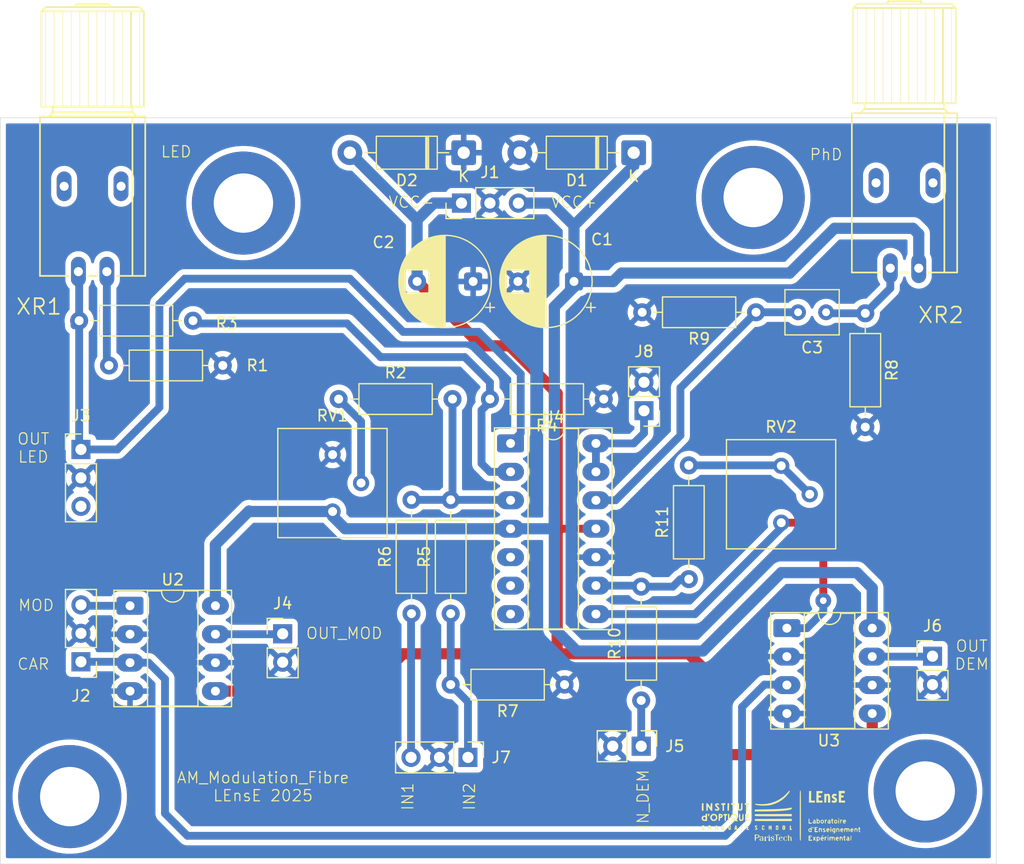
<source format=kicad_pcb>
(kicad_pcb (version 20241229) (generator "pcbnew") (generator_version "9.0")
  (layers (0 "F.Cu" signal) (2 "B.Cu" signal) (13 "F.Paste" user) (15 "B.Paste" user) (5 "F.SilkS" user "F.Silkscreen") (7 "B.SilkS" user "B.Silkscreen") (1 "F.Mask" user) (3 "B.Mask" user) (25 "Edge.Cuts" user))
  (net 0 "")
  (net 1 "GND")
  (net 2 "VCC+")
  (net 3 "VCC-")
  (net 4 "VS_PHD")
  (net 5 "IN_MOD")
  (net 6 "IN_CAR")
  (net 7 "OUT_PHD")
  (net 8 "OUT_LED")
  (net 9 "OUT_MOD")
  (net 10 "IN_DEM")
  (net 11 "OUT_DEM")
  (net 12 "I_LED")
  (net 13 "Net-(U4A-+)")
  (net 14 "Offset")
  (net 15 "Net-(U4A--)")
  (net 16 "IN_2")
  (net 17 "IN_1")
  (net 18 "Net-(U4C--)")
  (net 19 "Net-(R11-Pad2)")
  (net 20 "Net-(U3-X1)")
  (net 21 "Net-(U4D-+)")
  (net 22 "unconnected-(J3-Pin_3-Pad3)")
  (footprint "SFH250V:SFH-V" (layer "F.Cu") (at 258.5 90.6957 180)
    (property "Reference" "XR2" (at -3.25 -11.8043 0) (layer "F.SilkS") (effects (font (size 1.400764 1.400764))))
    (property "Value" "SFH250V")
    (pad "1" thru_hole oval (at -2.54 0 180) (size 1.3208 2.6416) (drill 0.8128) (layers "*.Cu" "*.Mask"))
    (pad "2" thru_hole oval (at 2.54 0 180) (size 1.3208 2.6416) (drill 0.8128) (layers "*.Cu" "*.Mask"))
    (pad "A" thru_hole oval (at 1.27 -7.62 180) (size 1.3208 2.6416) (drill 0.8128) (layers "*.Cu" "*.Mask") (net 4 "VS_PHD"))
    (pad "K" thru_hole oval (at -1.27 -7.62 180) (size 1.3208 2.6416) (drill 0.8128) (layers "*.Cu" "*.Mask") (net 2 "VCC+"))
  )
  (footprint "Resistor_THT:R_Axial_DIN0207_L6.3mm_D2.5mm_P10.16mm_Horizontal" (layer "F.Cu") (at 235 136.91 90)
    (property "Reference" "R10" (at 5.08 -2.37 90) (layer "F.SilkS"))
    (property "Value" "12k")
    (pad "1" thru_hole circle (at 0 0 90) (size 1.6 1.6) (drill 0.8) (layers "*.Cu" "*.Mask") (net 10 "IN_DEM"))
    (pad "2" thru_hole circle (at 10.16 0 90) (size 1.6 1.6) (drill 0.8) (layers "*.Cu" "*.Mask") (net 18 "Net-(U4C--)"))
  )
  (footprint "Connector_PinHeader_2.54mm:PinHeader_1x03_P2.54mm_Vertical" (layer "F.Cu") (at 219.54 142 -90)
    (property "Reference" "J7" (at 0 -2.96 180) (layer "F.SilkS"))
    (property "Value" "LED_in")
    (pad "1" thru_hole rect (at 0 0 270) (size 1.7 1.7) (drill 1) (layers "*.Cu" "*.Mask") (net 16 "IN_2"))
    (pad "2" thru_hole circle (at 0 2.54 270) (size 1.7 1.7) (drill 1) (layers "*.Cu" "*.Mask") (net 1 "GND"))
    (pad "3" thru_hole circle (at 0 5.08 270) (size 1.7 1.7) (drill 1) (layers "*.Cu" "*.Mask") (net 17 "IN_1"))
  )
  (footprint "SFH250V:SFH-V" (layer "F.Cu") (at 186.04 91 180)
    (property "Reference" "XR1" (at 4.79 -10.75 0) (layer "F.SilkS") (effects (font (size 1.400764 1.400764))))
    (property "Value" "SFH756V - LED")
    (pad "1" thru_hole oval (at -2.54 0 180) (size 1.3208 2.6416) (drill 0.8128) (layers "*.Cu" "*.Mask"))
    (pad "2" thru_hole oval (at 2.54 0 180) (size 1.3208 2.6416) (drill 0.8128) (layers "*.Cu" "*.Mask"))
    (pad "A" thru_hole oval (at 1.27 -7.62 180) (size 1.3208 2.6416) (drill 0.8128) (layers "*.Cu" "*.Mask") (net 8 "OUT_LED"))
    (pad "K" thru_hole oval (at -1.27 -7.62 180) (size 1.3208 2.6416) (drill 0.8128) (layers "*.Cu" "*.Mask") (net 12 "I_LED"))
  )
  (footprint "Connector_PinHeader_2.54mm:PinHeader_1x03_P2.54mm_Vertical" (layer "F.Cu") (at 185 133.46 180)
    (property "Reference" "J2" (at 0 -3.04 0) (layer "F.SilkS"))
    (property "Value" "Mod_In")
    (pad "1" thru_hole rect (at 0 0 180) (size 1.7 1.7) (drill 1) (layers "*.Cu" "*.Mask") (net 6 "IN_CAR"))
    (pad "2" thru_hole circle (at 0 2.54 180) (size 1.7 1.7) (drill 1) (layers "*.Cu" "*.Mask") (net 1 "GND"))
    (pad "3" thru_hole circle (at 0 5.08 180) (size 1.7 1.7) (drill 1) (layers "*.Cu" "*.Mask") (net 5 "IN_MOD"))
  )
  (footprint "Connector_PinHeader_2.54mm:PinHeader_1x02_P2.54mm_Vertical" (layer "F.Cu") (at 203 130.96)
    (property "Reference" "J4" (at 0 -2.71 0) (layer "F.SilkS"))
    (property "Value" "OUT_MOD")
    (pad "1" thru_hole rect (at 0 0) (size 1.7 1.7) (drill 1) (layers "*.Cu" "*.Mask") (net 9 "OUT_MOD"))
    (pad "2" thru_hole circle (at 0 2.54) (size 1.7 1.7) (drill 1) (layers "*.Cu" "*.Mask") (net 1 "GND"))
  )
  (footprint "Resistor_THT:R_Axial_DIN0207_L6.3mm_D2.5mm_P10.16mm_Horizontal" (layer "F.Cu") (at 187.5 107)
    (property "Reference" "R1" (at 13.25 0 0) (layer "F.SilkS"))
    (property "Value" "180")
    (pad "1" thru_hole circle (at 0 0) (size 1.6 1.6) (drill 0.8) (layers "*.Cu" "*.Mask") (net 12 "I_LED"))
    (pad "2" thru_hole circle (at 10.16 0) (size 1.6 1.6) (drill 0.8) (layers "*.Cu" "*.Mask") (net 1 "GND"))
  )
  (footprint "" (layer "F.Cu") (at 199.5 92.5)
    (property "Reference" "" (hide yes))
    (property "Value" "" (hide yes))
    (pad "1" thru_hole circle (at 0 0) (size 9.2 9.2) (drill 5.3) (layers "*.Cu" "*.Mask"))
  )
  (footprint "Package_DIP:DIP-8_W7.62mm_Socket_LongPads" (layer "F.Cu") (at 189.38 128.46)
    (property "Reference" "U2" (at 3.81 -2.33 0) (layer "F.SilkS"))
    (property "Value" "AD633ANZ")
    (pad "1" thru_hole roundrect (at 0 0) (size 2.4 1.6) (drill 0.8) (layers "*.Cu" "*.Mask") (roundrect_rratio 0.15625) (net 5 "IN_MOD"))
    (pad "2" thru_hole oval (at 0 2.54) (size 2.4 1.6) (drill 0.8) (layers "*.Cu" "*.Mask") (net 1 "GND"))
    (pad "3" thru_hole oval (at 0 5.08) (size 2.4 1.6) (drill 0.8) (layers "*.Cu" "*.Mask") (net 6 "IN_CAR"))
    (pad "4" thru_hole oval (at 0 7.62) (size 2.4 1.6) (drill 0.8) (layers "*.Cu" "*.Mask") (net 1 "GND"))
    (pad "5" thru_hole oval (at 7.62 7.62) (size 2.4 1.6) (drill 0.8) (layers "*.Cu" "*.Mask") (net 3 "VCC-"))
    (pad "6" thru_hole oval (at 7.62 5.08) (size 2.4 1.6) (drill 0.8) (layers "*.Cu" "*.Mask") (net 1 "GND"))
    (pad "7" thru_hole oval (at 7.62 2.54) (size 2.4 1.6) (drill 0.8) (layers "*.Cu" "*.Mask") (net 9 "OUT_MOD"))
    (pad "8" thru_hole oval (at 7.62 0) (size 2.4 1.6) (drill 0.8) (layers "*.Cu" "*.Mask") (net 2 "VCC+"))
  )
  (footprint "Capacitor_THT:CP_Radial_D8.0mm_P5.00mm" (layer "F.Cu") (at 220 99.5 180)
    (property "Reference" "C2" (at 8 3.5 0) (layer "F.SilkS"))
    (property "Value" "10u")
    (pad "1" thru_hole roundrect (at 0 0 180) (size 1.6 1.6) (drill 0.8) (layers "*.Cu" "*.Mask") (roundrect_rratio 0.15625) (net 1 "GND"))
    (pad "2" thru_hole circle (at 5 0 180) (size 1.6 1.6) (drill 0.8) (layers "*.Cu" "*.Mask") (net 3 "VCC-"))
  )
  (footprint "Potentiometer_THT:Potentiometer_Bourns_3386P_Vertical" (layer "F.Cu") (at 207.46 120.04)
    (property "Reference" "RV1" (at -0.015 -8.555 0) (layer "F.SilkS"))
    (property "Value" "1k")
    (pad "1" thru_hole circle (at 0 0) (size 1.44 1.44) (drill 0.8) (layers "*.Cu" "*.Mask") (net 2 "VCC+"))
    (pad "2" thru_hole circle (at 2.54 -2.54) (size 1.44 1.44) (drill 0.8) (layers "*.Cu" "*.Mask") (net 14 "Offset"))
    (pad "3" thru_hole circle (at 0 -5.08) (size 1.44 1.44) (drill 0.8) (layers "*.Cu" "*.Mask") (net 1 "GND"))
  )
  (footprint "Connector_PinHeader_2.54mm:PinHeader_1x02_P2.54mm_Vertical" (layer "F.Cu") (at 235 141 -90)
    (property "Reference" "J5" (at 0 -3 180) (layer "F.SilkS"))
    (property "Value" "IN_DEM")
    (pad "1" thru_hole rect (at 0 0 270) (size 1.7 1.7) (drill 1) (layers "*.Cu" "*.Mask") (net 10 "IN_DEM"))
    (pad "2" thru_hole circle (at 0 2.54 270) (size 1.7 1.7) (drill 1) (layers "*.Cu" "*.Mask") (net 1 "GND"))
  )
  (footprint "LEnsE:Logo_Small" (layer "F.Cu") (at 247.5 147)
    (property "Reference" "G***" (hide yes))
    (property "Value" "LOGO" (hide yes))
  )
  (footprint "Potentiometer_THT:Potentiometer_Bourns_3386P_Vertical" (layer "F.Cu") (at 247.5 121.04)
    (property "Reference" "RV2" (at -0.015 -8.555 0) (layer "F.SilkS"))
    (property "Value" "100k")
    (pad "1" thru_hole circle (at 0 0) (size 1.44 1.44) (drill 0.8) (layers "*.Cu" "*.Mask") (net 20 "Net-(U3-X1)"))
    (pad "2" thru_hole circle (at 2.54 -2.54) (size 1.44 1.44) (drill 0.8) (layers "*.Cu" "*.Mask") (net 19 "Net-(R11-Pad2)"))
    (pad "3" thru_hole circle (at 0 -5.08) (size 1.44 1.44) (drill 0.8) (layers "*.Cu" "*.Mask") (net 19 "Net-(R11-Pad2)"))
  )
  (footprint "Resistor_THT:R_Axial_DIN0207_L6.3mm_D2.5mm_P10.16mm_Horizontal" (layer "F.Cu") (at 245.25 102.25 180)
    (property "Reference" "R9" (at 5.08 -2.37 0) (layer "F.SilkS"))
    (property "Value" "680k")
    (pad "1" thru_hole circle (at 0 0 180) (size 1.6 1.6) (drill 0.8) (layers "*.Cu" "*.Mask") (net 21 "Net-(U4D-+)"))
    (pad "2" thru_hole circle (at 10.16 0 180) (size 1.6 1.6) (drill 0.8) (layers "*.Cu" "*.Mask") (net 1 "GND"))
  )
  (footprint "Connector_PinHeader_2.54mm:PinHeader_1x02_P2.54mm_Vertical" (layer "F.Cu") (at 261 132.96)
    (property "Reference" "J6" (at 0 -2.71 0) (layer "F.SilkS"))
    (property "Value" "OUT_DEM")
    (pad "1" thru_hole rect (at 0 0) (size 1.7 1.7) (drill 1) (layers "*.Cu" "*.Mask") (net 11 "OUT_DEM"))
    (pad "2" thru_hole circle (at 0 2.54) (size 1.7 1.7) (drill 1) (layers "*.Cu" "*.Mask") (net 1 "GND"))
  )
  (footprint "Resistor_THT:R_Axial_DIN0207_L6.3mm_D2.5mm_P10.16mm_Horizontal" (layer "F.Cu") (at 195 103 180)
    (property "Reference" "R3" (at -3 -0.25 0) (layer "F.SilkS"))
    (property "Value" "47k")
    (pad "1" thru_hole circle (at 0 0 180) (size 1.6 1.6) (drill 0.8) (layers "*.Cu" "*.Mask") (net 15 "Net-(U4A--)"))
    (pad "2" thru_hole circle (at 10.16 0 180) (size 1.6 1.6) (drill 0.8) (layers "*.Cu" "*.Mask") (net 8 "OUT_LED"))
  )
  (footprint "Capacitor_THT:CP_Radial_D8.0mm_P5.00mm" (layer "F.Cu") (at 229 99.5 180)
    (property "Reference" "C1" (at -2.5 3.75 0) (layer "F.SilkS"))
    (property "Value" "10u")
    (pad "1" thru_hole roundrect (at 0 0 180) (size 1.6 1.6) (drill 0.8) (layers "*.Cu" "*.Mask") (roundrect_rratio 0.15625) (net 2 "VCC+"))
    (pad "2" thru_hole circle (at 5 0 180) (size 1.6 1.6) (drill 0.8) (layers "*.Cu" "*.Mask") (net 1 "GND"))
  )
  (footprint "Diode_THT:D_DO-41_SOD81_P10.16mm_Horizontal" (layer "F.Cu") (at 219.16 88 180)
    (property "Reference" "D2" (at 5.08 -2.47 0) (layer "F.SilkS"))
    (property "Value" "1N4001")
    (fp_text user "K" (at 0 -2.1 0) (layer "F.SilkS"))
    (pad "1" thru_hole roundrect (at 0 0 180) (size 2.2 2.2) (drill 1.1) (layers "*.Cu" "*.Mask") (roundrect_rratio 0.113636) (net 1 "GND"))
    (pad "2" thru_hole circle (at 10.16 0 180) (size 2.2 2.2) (drill 1.1) (layers "*.Cu" "*.Mask") (net 3 "VCC-"))
  )
  (footprint "" (layer "F.Cu") (at 245 92)
    (property "Reference" "" (hide yes))
    (property "Value" "" (hide yes))
    (pad "1" thru_hole circle (at 0 0) (size 9.2 9.2) (drill 5.3) (layers "*.Cu" "*.Mask"))
  )
  (footprint "Resistor_THT:R_Axial_DIN0207_L6.3mm_D2.5mm_P10.16mm_Horizontal" (layer "F.Cu") (at 214.5 129.16 90)
    (property "Reference" "R6" (at 5.08 -2.37 90) (layer "F.SilkS"))
    (property "Value" "47k")
    (pad "1" thru_hole circle (at 0 0 90) (size 1.6 1.6) (drill 0.8) (layers "*.Cu" "*.Mask") (net 17 "IN_1"))
    (pad "2" thru_hole circle (at 10.16 0 90) (size 1.6 1.6) (drill 0.8) (layers "*.Cu" "*.Mask") (net 13 "Net-(U4A-+)"))
  )
  (footprint "Resistor_THT:R_Axial_DIN0207_L6.3mm_D2.5mm_P10.16mm_Horizontal" (layer "F.Cu") (at 255 102.34 -90)
    (property "Reference" "R8" (at 5.08 -2.37 90) (layer "F.SilkS"))
    (property "Value" "120k")
    (pad "1" thru_hole circle (at 0 0 270) (size 1.6 1.6) (drill 0.8) (layers "*.Cu" "*.Mask") (net 4 "VS_PHD"))
    (pad "2" thru_hole circle (at 10.16 0 270) (size 1.6 1.6) (drill 0.8) (layers "*.Cu" "*.Mask") (net 1 "GND"))
  )
  (footprint "MountingHole:MountingHole_5.3mm_M5_DIN965_Pad" (layer "F.Cu") (at 260.35 145)
    (property "Reference" "REF**" (hide yes))
    (property "Value" "MountingHole_5.3mm_M5_DIN965_Pad" (hide yes))
    (pad "1" thru_hole circle (at 0 0) (size 9.2 9.2) (drill 5.3) (layers "*.Cu" "*.Mask"))
  )
  (footprint "Package_DIP:DIP-8_W7.62mm_Socket_LongPads" (layer "F.Cu") (at 248 130.46)
    (property "Reference" "U3" (at 3.75 10.04 0) (layer "F.SilkS"))
    (property "Value" "AD633ANZ")
    (pad "1" thru_hole roundrect (at 0 0) (size 2.4 1.6) (drill 0.8) (layers "*.Cu" "*.Mask") (roundrect_rratio 0.15625) (net 20 "Net-(U3-X1)"))
    (pad "2" thru_hole oval (at 0 2.54) (size 2.4 1.6) (drill 0.8) (layers "*.Cu" "*.Mask") (net 1 "GND"))
    (pad "3" thru_hole oval (at 0 5.08) (size 2.4 1.6) (drill 0.8) (layers "*.Cu" "*.Mask") (net 6 "IN_CAR"))
    (pad "4" thru_hole oval (at 0 7.62) (size 2.4 1.6) (drill 0.8) (layers "*.Cu" "*.Mask") (net 1 "GND"))
    (pad "5" thru_hole oval (at 7.62 7.62) (size 2.4 1.6) (drill 0.8) (layers "*.Cu" "*.Mask") (net 3 "VCC-"))
    (pad "6" thru_hole oval (at 7.62 5.08) (size 2.4 1.6) (drill 0.8) (layers "*.Cu" "*.Mask") (net 1 "GND"))
    (pad "7" thru_hole oval (at 7.62 2.54) (size 2.4 1.6) (drill 0.8) (layers "*.Cu" "*.Mask") (net 11 "OUT_DEM"))
    (pad "8" thru_hole oval (at 7.62 0) (size 2.4 1.6) (drill 0.8) (layers "*.Cu" "*.Mask") (net 2 "VCC+"))
  )
  (footprint "Capacitor_THT:C_Rect_L4.6mm_W3.8mm_P2.50mm_MKS02_FKP02" (layer "F.Cu") (at 251.5 102.25 180)
    (property "Reference" "C3" (at 1.25 -3.15 0) (layer "F.SilkS"))
    (property "Value" "1u")
    (pad "1" thru_hole circle (at 0 0 180) (size 1.4 1.4) (drill 0.7) (layers "*.Cu" "*.Mask") (net 4 "VS_PHD"))
    (pad "2" thru_hole circle (at 2.5 0 180) (size 1.4 1.4) (drill 0.7) (layers "*.Cu" "*.Mask") (net 21 "Net-(U4D-+)"))
  )
  (footprint "Resistor_THT:R_Axial_DIN0207_L6.3mm_D2.5mm_P10.16mm_Horizontal" (layer "F.Cu") (at 239.25 126.08 90)
    (property "Reference" "R11" (at 5.08 -2.37 90) (layer "F.SilkS"))
    (property "Value" "12k")
    (pad "1" thru_hole circle (at 0 0 90) (size 1.6 1.6) (drill 0.8) (layers "*.Cu" "*.Mask") (net 18 "Net-(U4C--)"))
    (pad "2" thru_hole circle (at 10.16 0 90) (size 1.6 1.6) (drill 0.8) (layers "*.Cu" "*.Mask") (net 19 "Net-(R11-Pad2)"))
  )
  (footprint "Resistor_THT:R_Axial_DIN0207_L6.3mm_D2.5mm_P10.16mm_Horizontal" (layer "F.Cu") (at 208 110)
    (property "Reference" "R2" (at 5.08 -2.37 0) (layer "F.SilkS"))
    (property "Value" "47k")
    (pad "1" thru_hole circle (at 0 0) (size 1.6 1.6) (drill 0.8) (layers "*.Cu" "*.Mask") (net 14 "Offset"))
    (pad "2" thru_hole circle (at 10.16 0) (size 1.6 1.6) (drill 0.8) (layers "*.Cu" "*.Mask") (net 13 "Net-(U4A-+)"))
  )
  (footprint "Connector_PinHeader_2.54mm:PinHeader_1x03_P2.54mm_Vertical" (layer "F.Cu") (at 185 114.5)
    (property "Reference" "J3" (at 0 -3 0) (layer "F.SilkS"))
    (property "Value" "Mod_In")
    (pad "1" thru_hole rect (at 0 0) (size 1.7 1.7) (drill 1) (layers "*.Cu" "*.Mask") (net 8 "OUT_LED"))
    (pad "2" thru_hole circle (at 0 2.54) (size 1.7 1.7) (drill 1) (layers "*.Cu" "*.Mask") (net 1 "GND"))
    (pad "3" thru_hole circle (at 0 5.08) (size 1.7 1.7) (drill 1) (layers "*.Cu" "*.Mask") (net 22 "unconnected-(J3-Pin_3-Pad3)"))
  )
  (footprint "Diode_THT:D_DO-41_SOD81_P10.16mm_Horizontal" (layer "F.Cu") (at 234.33 88 180)
    (property "Reference" "D1" (at 5.08 -2.47 0) (layer "F.SilkS"))
    (property "Value" "1N4001")
    (fp_text user "K" (at 0 -2.1 0) (layer "F.SilkS"))
    (pad "1" thru_hole roundrect (at 0 0 180) (size 2.2 2.2) (drill 1.1) (layers "*.Cu" "*.Mask") (roundrect_rratio 0.113636) (net 2 "VCC+"))
    (pad "2" thru_hole circle (at 10.16 0 180) (size 2.2 2.2) (drill 1.1) (layers "*.Cu" "*.Mask") (net 1 "GND"))
  )
  (footprint "Resistor_THT:R_Axial_DIN0207_L6.3mm_D2.5mm_P10.16mm_Horizontal" (layer "F.Cu") (at 231.66 110 180)
    (property "Reference" "R4" (at 5.08 -2.37 0) (layer "F.SilkS"))
    (property "Value" "47k")
    (pad "1" thru_hole circle (at 0 0 180) (size 1.6 1.6) (drill 0.8) (layers "*.Cu" "*.Mask") (net 1 "GND"))
    (pad "2" thru_hole circle (at 10.16 0 180) (size 1.6 1.6) (drill 0.8) (layers "*.Cu" "*.Mask") (net 15 "Net-(U4A--)"))
  )
  (footprint "Resistor_THT:R_Axial_DIN0207_L6.3mm_D2.5mm_P10.16mm_Horizontal" (layer "F.Cu") (at 228.16 135.5 180)
    (property "Reference" "R7" (at 5.08 -2.37 0) (layer "F.SilkS"))
    (property "Value" "1k")
    (pad "1" thru_hole circle (at 0 0 180) (size 1.6 1.6) (drill 0.8) (layers "*.Cu" "*.Mask") (net 1 "GND"))
    (pad "2" thru_hole circle (at 10.16 0 180) (size 1.6 1.6) (drill 0.8) (layers "*.Cu" "*.Mask") (net 16 "IN_2"))
  )
  (footprint "Connector_PinHeader_2.54mm:PinHeader_1x03_P2.54mm_Vertical" (layer "F.Cu") (at 218.96 92.5 90)
    (property "Reference" "J1" (at 2.75 2.54 180) (layer "F.SilkS"))
    (property "Value" "Alim_VCC")
    (pad "1" thru_hole rect (at 0 0 90) (size 1.7 1.7) (drill 1) (layers "*.Cu" "*.Mask") (net 3 "VCC-"))
    (pad "2" thru_hole circle (at 0 2.54 90) (size 1.7 1.7) (drill 1) (layers "*.Cu" "*.Mask") (net 1 "GND"))
    (pad "3" thru_hole circle (at 0 5.08 90) (size 1.7 1.7) (drill 1) (layers "*.Cu" "*.Mask") (net 2 "VCC+"))
  )
  (footprint "MountingHole:MountingHole_5.3mm_M5_DIN965_Pad" (layer "F.Cu") (at 184 145.5)
    (property "Reference" "REF**" (hide yes))
    (property "Value" "MountingHole_5.3mm_M5_DIN965_Pad" (hide yes))
    (pad "1" thru_hole circle (at 0 0) (size 9.2 9.2) (drill 5.3) (layers "*.Cu" "*.Mask"))
  )
  (footprint "Resistor_THT:R_Axial_DIN0207_L6.3mm_D2.5mm_P10.16mm_Horizontal" (layer "F.Cu") (at 218 129.16 90)
    (property "Reference" "R5" (at 5.08 -2.37 90) (layer "F.SilkS"))
    (property "Value" "47k")
    (pad "1" thru_hole circle (at 0 0 90) (size 1.6 1.6) (drill 0.8) (layers "*.Cu" "*.Mask") (net 16 "IN_2"))
    (pad "2" thru_hole circle (at 10.16 0 90) (size 1.6 1.6) (drill 0.8) (layers "*.Cu" "*.Mask") (net 13 "Net-(U4A-+)"))
  )
  (footprint "Connector_PinHeader_2.54mm:PinHeader_1x02_P2.54mm_Vertical" (layer "F.Cu") (at 235.25 111.04 180)
    (property "Reference" "J8" (at 0 5.29 0) (layer "F.SilkS"))
    (property "Value" "OUT_PHD")
    (pad "1" thru_hole rect (at 0 0 180) (size 1.7 1.7) (drill 1) (layers "*.Cu" "*.Mask") (net 7 "OUT_PHD"))
    (pad "2" thru_hole circle (at 0 2.54 180) (size 1.7 1.7) (drill 1) (layers "*.Cu" "*.Mask") (net 1 "GND"))
  )
  (footprint "Package_DIP:DIP-14_W7.62mm_Socket_LongPads" (layer "F.Cu") (at 223.34 113.96)
    (property "Reference" "U4" (at 3.81 -2.33 0) (layer "F.SilkS"))
    (property "Value" "TL084")
    (pad "1" thru_hole roundrect (at 0 0) (size 2.4 1.6) (drill 0.8) (layers "*.Cu" "*.Mask") (roundrect_rratio 0.15625) (net 8 "OUT_LED"))
    (pad "2" thru_hole oval (at 0 2.54) (size 2.4 1.6) (drill 0.8) (layers "*.Cu" "*.Mask") (net 15 "Net-(U4A--)"))
    (pad "3" thru_hole oval (at 0 5.08) (size 2.4 1.6) (drill 0.8) (layers "*.Cu" "*.Mask") (net 13 "Net-(U4A-+)"))
    (pad "4" thru_hole oval (at 0 7.62) (size 2.4 1.6) (drill 0.8) (layers "*.Cu" "*.Mask") (net 2 "VCC+"))
    (pad "5" thru_hole oval (at 0 10.16) (size 2.4 1.6) (drill 0.8) (layers "*.Cu" "*.Mask"))
    (pad "6" thru_hole oval (at 0 12.7) (size 2.4 1.6) (drill 0.8) (layers "*.Cu" "*.Mask"))
    (pad "7" thru_hole oval (at 0 15.24) (size 2.4 1.6) (drill 0.8) (layers "*.Cu" "*.Mask"))
    (pad "8" thru_hole oval (at 7.62 15.24) (size 2.4 1.6) (drill 0.8) (layers "*.Cu" "*.Mask") (net 20 "Net-(U3-X1)"))
    (pad "9" thru_hole oval (at 7.62 12.7) (size 2.4 1.6) (drill 0.8) (layers "*.Cu" "*.Mask") (net 18 "Net-(U4C--)"))
    (pad "10" thru_hole oval (at 7.62 10.16) (size 2.4 1.6) (drill 0.8) (layers "*.Cu" "*.Mask") (net 1 "GND"))
    (pad "11" thru_hole oval (at 7.62 7.62) (size 2.4 1.6) (drill 0.8) (layers "*.Cu" "*.Mask") (net 3 "VCC-"))
    (pad "12" thru_hole oval (at 7.62 5.08) (size 2.4 1.6) (drill 0.8) (layers "*.Cu" "*.Mask") (net 21 "Net-(U4D-+)"))
    (pad "13" thru_hole oval (at 7.62 2.54) (size 2.4 1.6) (drill 0.8) (layers "*.Cu" "*.Mask") (net 7 "OUT_PHD"))
    (pad "14" thru_hole oval (at 7.62 0) (size 2.4 1.6) (drill 0.8) (layers "*.Cu" "*.Mask") (net 7 "OUT_PHD"))
  )
  (gr_rect (start 177.8 84.886) (end 266.7 151.5) (stroke (width 0.05)) (fill no) (layer "Edge.Cuts"))
  (gr_text "PhD\n" (at 251.5 88.75 0) (layer "F.SilkS") (effects (font (size 1 1) (thickness 0.1)) (justify bottom)))
  (gr_text "AM_Modulation_Fibre\nLEnsE 2025" (at 201.25 146 0) (layer "F.SilkS") (effects (font (size 1 1) (thickness 0.1)) (justify bottom)))
  (gr_text "IN_DEM" (at 235.75 145.75 90) (layer "F.SilkS") (effects (font (size 1 1) (thickness 0.1)) (justify bottom)))
  (gr_text "IN2" (at 220.25 145.5 90) (layer "F.SilkS") (effects (font (size 1 1) (thickness 0.1)) (justify bottom)))
  (gr_text "OUT_MOD" (at 208.5 131.5 0) (layer "F.SilkS") (effects (font (size 1 1) (thickness 0.1)) (justify bottom)))
  (gr_text "CAR" (at 180.75 134.25 0) (layer "F.SilkS") (effects (font (size 1 1) (thickness 0.1)) (justify bottom)))
  (gr_text "VCC+" (at 229 93 0) (layer "F.SilkS") (effects (font (size 1 1) (thickness 0.1)) (justify bottom)))
  (gr_text "LED" (at 193.5 88.5 0) (layer "F.SilkS") (effects (font (size 1 1) (thickness 0.1)) (justify bottom)))
  (gr_text "OUT\nDEM" (at 264.5 134.25 0) (layer "F.SilkS") (effects (font (size 1 1) (thickness 0.1)) (justify bottom)))
  (gr_text "OUT\nLED" (at 180.75 115.75 0) (layer "F.SilkS") (effects (font (size 1 1) (thickness 0.1)) (justify bottom)))
  (gr_text "MOD" (at 181 129 0) (layer "F.SilkS") (effects (font (size 1 1) (thickness 0.1)) (justify bottom)))
  (gr_text "IN1" (at 214.75 145.5 90) (layer "F.SilkS") (effects (font (size 1 1) (thickness 0.1)) (justify bottom)))
  (gr_text "VCC-" (at 214.5 93 0) (layer "F.SilkS") (effects (font (size 1 1) (thickness 0.1)) (justify bottom)))
  (segment (start 224.04 92.5) (end 227 92.5) (width 1) (layer "B.Cu") (net 2))
  (segment (start 247.5 125.5) (end 254.25 125.5) (width 1) (layer "B.Cu") (net 2))
  (segment (start 240.5 132.5) (end 247.5 125.5) (width 1) (layer "B.Cu") (net 2))
  (segment (start 229 99.5) (end 232.5 99.5) (width 1) (layer "B.Cu") (net 2))
  (segment (start 254.25 125.5) (end 255.62 126.87) (width 1) (layer "B.Cu") (net 2))
  (segment (start 223.34 121.58) (end 208.58 121.58) (width 1) (layer "B.Cu") (net 2))
  (segment (start 200.04 120.04) (end 207.46 120.04) (width 1) (layer "B.Cu") (net 2))
  (segment (start 207.46 120.46) (end 207.46 120.04) (width 1) (layer "B.Cu") (net 2))
  (segment (start 259.77 95.27) (end 259.77 98.3157) (width 1) (layer "B.Cu") (net 2))
  (segment (start 227.17 121.58) (end 227.25 121.5) (width 1) (layer "B.Cu") (net 2))
  (segment (start 208.58 121.58) (end 207.46 120.46) (width 1) (layer "B.Cu") (net 2))
  (segment (start 227 92.5) (end 229 94.5) (width 1) (layer "B.Cu") (net 2))
  (segment (start 248.25 98.75) (end 252.25 94.75) (width 1) (layer "B.Cu") (net 2))
  (segment (start 259.25 94.75) (end 259.77 95.27) (width 1) (layer "B.Cu") (net 2))
  (segment (start 227.25 119.75) (end 227.25 130.5) (width 1) (layer "B.Cu") (net 2))
  (segment (start 227.25 119.75) (end 227.25 101.75) (width 1) (layer "B.Cu") (net 2))
  (segment (start 227.25 101.75) (end 229 100) (width 1) (layer "B.Cu") (net 2))
  (segment (start 200 120) (end 200.04 120.04) (width 1) (layer "B.Cu") (net 2))
  (segment (start 197 128.46) (end 197 123) (width 1) (layer "B.Cu") (net 2))
  (segment (start 229.25 132.5) (end 240.5 132.5) (width 1) (layer "B.Cu") (net 2))
  (segment (start 255.62 126.87) (end 255.62 130.46) (width 1) (layer "B.Cu") (net 2))
  (segment (start 234.33 89.17) (end 234.33 88) (width 1) (layer "B.Cu") (net 2))
  (segment (start 229 100) (end 229 99.5) (width 1) (layer "B.Cu") (net 2))
  (segment (start 227.25 130.5) (end 229.25 132.5) (width 1) (layer "B.Cu") (net 2))
  (segment (start 229 94.5) (end 234.33 89.17) (width 1) (layer "B.Cu") (net 2))
  (segment (start 197 123) (end 200 120) (width 1) (layer "B.Cu") (net 2))
  (segment (start 232.5 99.5) (end 233.25 98.75) (width 1) (layer "B.Cu") (net 2))
  (segment (start 233.25 98.75) (end 248.25 98.75) (width 1) (layer "B.Cu") (net 2))
  (segment (start 229 94.5) (end 229 99.5) (width 1) (layer "B.Cu") (net 2))
  (segment (start 223.34 121.58) (end 227.17 121.58) (width 1) (layer "B.Cu") (net 2))
  (segment (start 227.25 121.5) (end 227.25 119.75) (width 1) (layer "B.Cu") (net 2))
  (segment (start 252.25 94.75) (end 259.25 94.75) (width 1) (layer "B.Cu") (net 2))
  (segment (start 254.25 141.75) (end 242.5 141.75) (width 1) (layer "F.Cu") (net 3))
  (segment (start 241.25 140.5) (end 241.25 134.75) (width 1) (layer "F.Cu") (net 3))
  (segment (start 227.75 121.75) (end 227.92 121.58) (width 0.7) (layer "F.Cu") (net 3))
  (segment (start 197 136.08) (end 210.42 136.08) (width 1) (layer "F.Cu") (net 3))
  (segment (start 227.5 109.5) (end 227.5 121.75) (width 1) (layer "F.Cu") (net 3))
  (segment (start 215 99.5) (end 220.5 105) (width 1) (layer "F.Cu") (net 3))
  (segment (start 210.42 136.08) (end 213.75 132.75) (width 1) (layer "F.Cu") (net 3))
  (segment (start 220.5 105) (end 220.5 105.25) (width 1) (layer "F.Cu") (net 3))
  (segment (start 227.5 131.75) (end 227.5 121.75) (width 1) (layer "F.Cu") (net 3))
  (segment (start 255.62 138.88) (end 255.62 140.38) (width 1) (layer "F.Cu") (net 3))
  (segment (start 227.92 121.58) (end 230.96 121.58) (width 0.7) (layer "F.Cu") (net 3))
  (segment (start 227.5 132.75) (end 227.5 131.75) (width 1) (layer "F.Cu") (net 3))
  (segment (start 242.5 141.75) (end 241.25 140.5) (width 1) (layer "F.Cu") (net 3))
  (segment (start 239.25 132.75) (end 227.5 132.75) (width 1) (layer "F.Cu") (net 3))
  (segment (start 241.25 134.75) (end 239.25 132.75) (width 1) (layer "F.Cu") (net 3))
  (segment (start 227.5 121.75) (end 227.75 121.75) (width 0.7) (layer "F.Cu") (net 3))
  (segment (start 223.25 105.25) (end 227.5 109.5) (width 1) (layer "F.Cu") (net 3))
  (segment (start 255.62 138.08) (end 255.62 138.88) (width 0.7) (layer "F.Cu") (net 3))
  (segment (start 255.62 140.38) (end 254.25 141.75) (width 1) (layer "F.Cu") (net 3))
  (segment (start 213.75 132.75) (end 227.5 132.75) (width 1) (layer "F.Cu") (net 3))
  (segment (start 220.5 105.25) (end 223.25 105.25) (width 1) (layer "F.Cu") (net 3))
  (segment (start 215 94) (end 215 99.5) (width 1) (layer "B.Cu") (net 3))
  (segment (start 216.5 92.5) (end 215 94) (width 1) (layer "B.Cu") (net 3))
  (segment (start 215 94) (end 209 88) (width 1) (layer "B.Cu") (net 3))
  (segment (start 218.96 92.5) (end 216.5 92.5) (width 1) (layer "B.Cu") (net 3))
  (segment (start 257.23 98.3157) (end 257.23 100.11) (width 0.7) (layer "B.Cu") (net 4))
  (segment (start 255 102.34) (end 251.84 102.34) (width 0.7) (layer "B.Cu") (net 4))
  (segment (start 257.23 100.11) (end 255 102.34) (width 0.7) (layer "B.Cu") (net 4))
  (segment (start 185.08 128.46) (end 185 128.38) (width 0.7) (layer "B.Cu") (net 5))
  (segment (start 189.38 128.46) (end 185.08 128.46) (width 0.7) (layer "B.Cu") (net 5))
  (segment (start 242.5 149) (end 244 147.5) (width 0.7) (layer "B.Cu") (net 6))
  (segment (start 192.5 135) (end 192.5 147) (width 0.7) (layer "B.Cu") (net 6))
  (segment (start 191.04 133.54) (end 192.5 135) (width 0.7) (layer "B.Cu") (net 6))
  (segment (start 192.5 147) (end 194.5 149) (width 0.7) (layer "B.Cu") (net 6))
  (segment (start 189.3 133.46) (end 189.38 133.54) (width 0.7) (layer "B.Cu") (net 6))
  (segment (start 244 137.5) (end 246 135.5) (width 0.7) (layer "B.Cu") (net 6))
  (segment (start 247.96 135.5) (end 248 135.54) (width 0.7) (layer "B.Cu") (net 6))
  (segment (start 185 133.46) (end 189.3 133.46) (width 0.7) (layer "B.Cu") (net 6))
  (segment (start 246 135.5) (end 247.96 135.5) (width 0.7) (layer "B.Cu") (net 6))
  (segment (start 194.5 149) (end 242.5 149) (width 0.7) (layer "B.Cu") (net 6))
  (segment (start 244 147.5) (end 244 137.5) (width 0.7) (layer "B.Cu") (net 6))
  (segment (start 189.38 133.54) (end 191.04 133.54) (width 0.7) (layer "B.Cu") (net 6))
  (segment (start 230.96 113.96) (end 234.33 113.96) (width 0.7) (layer "B.Cu") (net 7))
  (segment (start 234.33 113.96) (end 235.25 113.04) (width 0.7) (layer "B.Cu") (net 7))
  (segment (start 230.96 113.96) (end 230.96 116.5) (width 0.7) (layer "B.Cu") (net 7))
  (segment (start 235.25 113.04) (end 235.25 111.04) (width 0.7) (layer "B.Cu") (net 7))
  (segment (start 188.25 114.5) (end 192 110.75) (width 0.7) (layer "B.Cu") (net 8))
  (segment (start 192 101.5) (end 194.25 99.25) (width 0.7) (layer "B.Cu") (net 8))
  (segment (start 184.42 103) (end 184.42 103.42) (width 0.7) (layer "B.Cu") (net 8))
  (segment (start 224.25 107.75) (end 224.25 113.05) (width 0.7) (layer "B.Cu") (net 8))
  (segment (start 184.77 102.65) (end 184.42 103) (width 0.7) (layer "B.Cu") (net 8))
  (segment (start 224.25 113.05) (end 223.34 113.96) (width 0.7) (layer "B.Cu") (net 8))
  (segment (start 185 114.5) (end 188.25 114.5) (width 0.7) (layer "B.Cu") (net 8))
  (segment (start 184.84 98.69) (end 184.77 98.62) (width 0.7) (layer "B.Cu") (net 8))
  (segment (start 184.84 103) (end 184.84 113.84) (width 0.7) (layer "B.Cu") (net 8))
  (segment (start 184.84 103) (end 184.84 98.69) (width 0.7) (layer "B.Cu") (net 8))
  (segment (start 194.25 99.25) (end 209 99.25) (width 0.7) (layer "B.Cu") (net 8))
  (segment (start 220.5 104) (end 224.25 107.75) (width 0.7) (layer "B.Cu") (net 8))
  (segment (start 213.75 104) (end 220.5 104) (width 0.7) (layer "B.Cu") (net 8))
  (segment (start 209 99.25) (end 213.75 104) (width 0.7) (layer "B.Cu") (net 8))
  (segment (start 192 110.75) (end 192 101.5) (width 0.7) (layer "B.Cu") (net 8))
  (segment (start 202.96 131) (end 203 130.96) (width 0.7) (layer "B.Cu") (net 9))
  (segment (start 197 131) (end 202.96 131) (width 0.7) (layer "B.Cu") (net 9))
  (segment (start 235 141) (end 235 136.91) (width 0.7) (layer "B.Cu") (net 10))
  (segment (start 255.62 133) (end 260.96 133) (width 0.7) (layer "B.Cu") (net 11))
  (segment (start 260.96 133) (end 261 132.96) (width 0.7) (layer "B.Cu") (net 11))
  (segment (start 187.31 98.62) (end 187.31 106.81) (width 0.7) (layer "B.Cu") (net 12))
  (segment (start 187.31 106.81) (end 187.5 107) (width 0.7) (layer "B.Cu") (net 12))
  (segment (start 214.5 119) (end 218 119) (width 0.7) (layer "B.Cu") (net 13))
  (segment (start 218.04 119.04) (end 218 119) (width 0.7) (layer "B.Cu") (net 13))
  (segment (start 223.3 119) (end 223.34 119.04) (width 0.7) (layer "B.Cu") (net 13))
  (segment (start 218 119) (end 223.3 119) (width 0.7) (layer "B.Cu") (net 13))
  (segment (start 218.16 110) (end 218.16 118.84) (width 0.7) (layer "B.Cu") (net 13))
  (segment (start 218.16 118.84) (end 218 119) (width 0.7) (layer "B.Cu") (net 13))
  (segment (start 210 117.5) (end 210 112) (width 0.7) (layer "B.Cu") (net 14))
  (segment (start 210 112) (end 208 110) (width 0.7) (layer "B.Cu") (net 14))
  (segment (start 221.5 110.25) (end 220.75 111) (width 0.7) (layer "B.Cu") (net 15))
  (segment (start 220.75 111) (end 220.75 115.75) (width 0.7) (layer "B.Cu") (net 15))
  (segment (start 221.5 108.5) (end 221.5 110) (width 0.7) (layer "B.Cu") (net 15))
  (segment (start 208.75 103.25) (end 211.75 106.25) (width 0.7) (layer "B.Cu") (net 15))
  (segment (start 195 103) (end 195.25 103.25) (width 0.7) (layer "B.Cu") (net 15))
  (segment (start 195.25 103.25) (end 208.75 103.25) (width 0.7) (layer "B.Cu") (net 15))
  (segment (start 219.25 106.25) (end 221.5 108.5) (width 0.7) (layer "B.Cu") (net 15))
  (segment (start 221.5 110) (end 221.5 110.25) (width 0.7) (layer "B.Cu") (net 15))
  (segment (start 220.75 115.75) (end 221.5 116.5) (width 0.7) (layer "B.Cu") (net 15))
  (segment (start 221.5 116.5) (end 223.34 116.5) (width 0.7) (layer "B.Cu") (net 15))
  (segment (start 211.75 106.25) (end 219.25 106.25) (width 0.7) (layer "B.Cu") (net 15))
  (segment (start 218 129.16) (end 218 135.5) (width 0.7) (layer "B.Cu") (net 16))
  (segment (start 219.54 137.04) (end 218 135.5) (width 0.7) (layer "B.Cu") (net 16))
  (segment (start 219.54 142) (end 219.54 137.04) (width 0.7) (layer "B.Cu") (net 16))
  (segment (start 214.46 142) (end 214.46 129.2) (width 0.7) (layer "B.Cu") (net 17))
  (segment (start 214.46 129.2) (end 214.5 129.16) (width 0.7) (layer "B.Cu") (net 17))
  (segment (start 230.96 126.66) (end 234.91 126.66) (width 0.7) (layer "B.Cu") (net 18))
  (segment (start 234.91 126.66) (end 235 126.75) (width 0.7) (layer "B.Cu") (net 18))
  (segment (start 237.83 126.75) (end 238.5 126.08) (width 0.7) (layer "B.Cu") (net 18))
  (segment (start 235 126.75) (end 237.83 126.75) (width 0.7) (layer "B.Cu") (net 18))
  (segment (start 247.46 115.92) (end 250.04 118.5) (width 0.7) (layer "B.Cu") (net 19))
  (segment (start 239.25 115.92) (end 247.46 115.92) (width 0.7) (layer "B.Cu") (net 19))
  (segment (start 251.25 128) (end 251.25 122.5) (width 0.7) (layer "F.Cu") (net 20))
  (segment (start 249.92 121.25) (end 249.71 121.04) (width 0.7) (layer "F.Cu") (net 20))
  (segment (start 249.71 121.04) (end 247.5 121.04) (width 0.7) (layer "F.Cu") (net 20))
  (segment (start 251.25 122.5) (end 250 121.25) (width 0.7) (layer "F.Cu") (net 20))
  (segment (start 250 121.25) (end 249.92 121.25) (width 0.7) (layer "F.Cu") (net 20))
  (via (at 251.25 128) (size 1.4) (drill 0.6) (layers "F.Cu" "B.Cu") (net 20))
  (segment (start 249.79 130.46) (end 251.25 129) (width 0.7) (layer "B.Cu") (net 20))
  (segment (start 248 130.46) (end 249.79 130.46) (width 0.7) (layer "B.Cu") (net 20))
  (segment (start 247.5 121.5) (end 239.8 129.2) (width 0.7) (layer "B.Cu") (net 20))
  (segment (start 251.25 129) (end 251.25 128) (width 0.7) (layer "B.Cu") (net 20))
  (segment (start 247.5 121.04) (end 247.5 121.5) (width 0.7) (layer "B.Cu") (net 20))
  (segment (start 239.8 129.2) (end 230.96 129.2) (width 0.7) (layer "B.Cu") (net 20))
  (segment (start 230.96 119.04) (end 232.71 119.04) (width 0.7) (layer "B.Cu") (net 21))
  (segment (start 232.71 119.04) (end 238.5 113.25) (width 0.7) (layer "B.Cu") (net 21))
  (segment (start 245.25 102.25) (end 249 102.25) (width 0.7) (layer "B.Cu") (net 21))
  (segment (start 238.5 113.25) (end 238.5 109) (width 0.7) (layer "B.Cu") (net 21))
  (segment (start 238.5 109) (end 245.25 102.25) (width 0.7) (layer "B.Cu") (net 21))
  (segment (start 185.08 119.5) (end 185 119.58) (width 0.7) (layer "F.Cu") (net 22))
  (zone (net 1) (net_name "GND") (layer "B.Cu") (connect_pads (clearance 0.5)) (min_thickness 0.25) (fill yes (thermal_gap 0.5) (thermal_bridge_width 0.5))
    (polygon (pts (xy 178 85.086) (xy 266.5 85.086) (xy 266.5 151.253384) (xy 178 151.203384)))
  )
)
</source>
